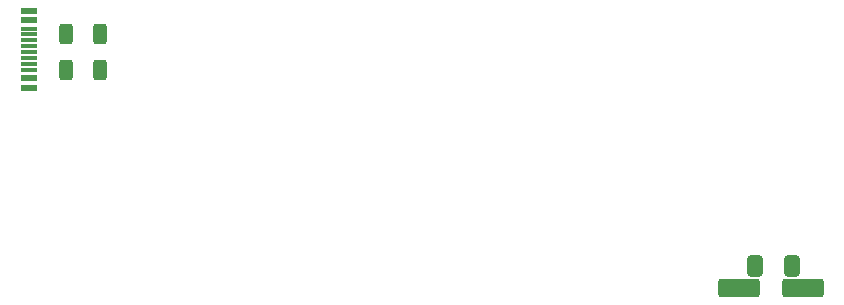
<source format=gbr>
%TF.GenerationSoftware,KiCad,Pcbnew,(6.0.7)*%
%TF.CreationDate,2022-09-12T19:31:41+02:00*%
%TF.ProjectId,Analog2HDMI,416e616c-6f67-4324-9844-4d492e6b6963,rev?*%
%TF.SameCoordinates,Original*%
%TF.FileFunction,Paste,Top*%
%TF.FilePolarity,Positive*%
%FSLAX46Y46*%
G04 Gerber Fmt 4.6, Leading zero omitted, Abs format (unit mm)*
G04 Created by KiCad (PCBNEW (6.0.7)) date 2022-09-12 19:31:41*
%MOMM*%
%LPD*%
G01*
G04 APERTURE LIST*
G04 Aperture macros list*
%AMRoundRect*
0 Rectangle with rounded corners*
0 $1 Rounding radius*
0 $2 $3 $4 $5 $6 $7 $8 $9 X,Y pos of 4 corners*
0 Add a 4 corners polygon primitive as box body*
4,1,4,$2,$3,$4,$5,$6,$7,$8,$9,$2,$3,0*
0 Add four circle primitives for the rounded corners*
1,1,$1+$1,$2,$3*
1,1,$1+$1,$4,$5*
1,1,$1+$1,$6,$7*
1,1,$1+$1,$8,$9*
0 Add four rect primitives between the rounded corners*
20,1,$1+$1,$2,$3,$4,$5,0*
20,1,$1+$1,$4,$5,$6,$7,0*
20,1,$1+$1,$6,$7,$8,$9,0*
20,1,$1+$1,$8,$9,$2,$3,0*%
G04 Aperture macros list end*
%ADD10R,1.450000X0.600000*%
%ADD11R,1.450000X0.300000*%
%ADD12RoundRect,0.250000X0.312500X0.625000X-0.312500X0.625000X-0.312500X-0.625000X0.312500X-0.625000X0*%
%ADD13RoundRect,0.250000X-1.500000X-0.550000X1.500000X-0.550000X1.500000X0.550000X-1.500000X0.550000X0*%
%ADD14RoundRect,0.250000X-0.412500X-0.650000X0.412500X-0.650000X0.412500X0.650000X-0.412500X0.650000X0*%
G04 APERTURE END LIST*
D10*
%TO.C,J1*%
X107055000Y-57185000D03*
X107055000Y-57985000D03*
D11*
X107055000Y-59185000D03*
X107055000Y-60185000D03*
X107055000Y-60685000D03*
X107055000Y-61685000D03*
D10*
X107055000Y-62885000D03*
X107055000Y-63685000D03*
X107055000Y-63685000D03*
X107055000Y-62885000D03*
D11*
X107055000Y-62185000D03*
X107055000Y-61185000D03*
X107055000Y-59685000D03*
X107055000Y-58685000D03*
D10*
X107055000Y-57985000D03*
X107055000Y-57185000D03*
%TD*%
D12*
%TO.C,R1*%
X113123749Y-59179228D03*
X110198749Y-59179228D03*
%TD*%
D13*
%TO.C,C2*%
X167211249Y-80679228D03*
X172611249Y-80679228D03*
%TD*%
D14*
%TO.C,C1*%
X168548749Y-78779228D03*
X171673749Y-78779228D03*
%TD*%
D12*
%TO.C,R2*%
X113123749Y-62179228D03*
X110198749Y-62179228D03*
%TD*%
M02*

</source>
